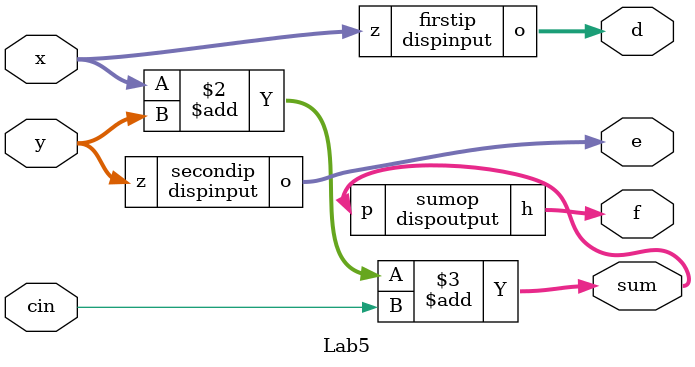
<source format=v>

module dispinput(z,o);
 input [3:0]z;
	output reg [13:0]o;
 always @(z)
begin
 case(z)
 4'b0000 : o= 14'b11111110000001;
 4'b0001 : o= 14'b11111111001111;
 4'b0010 : o= 14'b11111110010010;
 4'b0011 : o= 14'b11111110000110;
 4'b0100 : o= 14'b11111111001100;
 4'b0101 : o= 14'b11111110100100;
 4'b0110 : o= 14'b11111110100000;
 4'b0111 : o= 14'b11111110001111;
 4'b1000 : o= 14'b11111110000000;
 4'b1001 : o= 14'b11111110000100;
 4'b1010 : o= 14'b10011110000001;
 4'b1010 : o= 14'b10011111001111;
 4'b1100 : o= 14'b10011110010010;
 4'b1101 : o= 14'b10011110000110;
 4'b1110 : o= 14'b10011111001100;
 4'b1111 : o= 14'b10011110100100;
 
 endcase
 end
 endmodule
 


module dispoutput(p,h);
 input [4:0]p;
 output reg[13:0]h;
 always @(p)
 begin
 case(p)
 5'b00000: h= 14'b11111110000001;
 5'b00001: h= 14'b11111111001111;
 5'b00010: h= 14'b11111110010010;
 5'b00011: h= 14'b11111110000110;
 5'b00100: h= 14'b11111111001100;
 5'b00101: h= 14'b11111110100100;
 5'b00110: h= 14'b11111110100000;
 5'b00111: h= 14'b11111110001111;
 5'b01000: h= 14'b11111110000000;
 5'b01001: h= 14'b11111110000100;
 5'b01010: h= 14'b10011110000001;
 5'b01010: h= 14'b10011111001111;
 5'b01100: h= 14'b10011110010010;
 5'b01101: h= 14'b10011110000110;
 5'b01110: h= 14'b10011111001100;
 5'b01111: h= 14'b10011110100100;
 5'b10000: h= 14'b10011110100000;
 5'b10001: h= 14'b10011110001111;
 5'b10010: h= 14'b10011110000000;
 5'b10011: h= 14'b10011110000100;
 5'b10100: h= 14'b00100100000001;
 5'b10101: h= 14'b00100101001111;
 5'b10110: h= 14'b00100100010010;
 5'b10111: h= 14'b00100100000110;
 5'b11000: h= 14'b00100101001100;
 5'b11001: h= 14'b00100100100100;
 5'b11010: h= 14'b00100100100000;
 5'b11011: h= 14'b00100100001111;
 5'b11100: h= 14'b00100100000000;
 5'b11101: h= 14'b00100100000100;
 5'b11110: h= 14'b00001100000001;
 5'b11111: h= 14'b00001101001111;
 endcase
 end
 endmodule

module Lab5(x,y,cin,sum,d,e,f);
input [3:0] x,y;
input cin;
output reg [4:0] sum;
output [13:0]d ,e,f;

always@(*)
begin
sum = x+y+cin;
end

dispinput firstip(x,d);
dispinput secondip(y,e);
dispoutput sumop(sum,f);
endmodule




</source>
